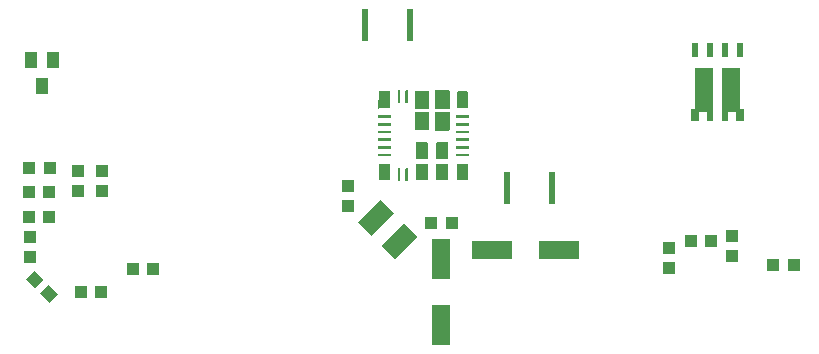
<source format=gbr>
G04 EAGLE Gerber RS-274X export*
G75*
%MOMM*%
%FSLAX34Y34*%
%LPD*%
%INSolderpaste Bottom*%
%IPPOS*%
%AMOC8*
5,1,8,0,0,1.08239X$1,22.5*%
G01*
%ADD10R,1.100000X1.000000*%
%ADD11R,1.000000X1.100000*%
%ADD12R,0.558800X2.794000*%
%ADD13R,1.600000X2.700000*%
%ADD14R,1.000000X1.400000*%
%ADD15R,3.500000X1.600000*%
%ADD16R,1.600000X3.500000*%
%ADD17R,0.610000X1.020000*%
%ADD18R,1.650000X3.810000*%
%ADD19R,0.610000X1.270000*%
%ADD20R,0.650000X1.100000*%
%ADD21R,0.650000X1.050000*%
%ADD22R,0.100000X1.300000*%
%ADD23R,0.700000X0.100000*%

G36*
X34206Y-297585D02*
X34206Y-297585D01*
X34210Y-297588D01*
X34401Y-297550D01*
X34410Y-297540D01*
X34419Y-297543D01*
X34581Y-297435D01*
X34585Y-297421D01*
X34595Y-297421D01*
X34703Y-297259D01*
X34702Y-297245D01*
X34710Y-297241D01*
X34748Y-297050D01*
X34745Y-297043D01*
X34749Y-297040D01*
X34749Y-282040D01*
X34745Y-282034D01*
X34748Y-282030D01*
X34710Y-281839D01*
X34700Y-281830D01*
X34703Y-281821D01*
X34595Y-281659D01*
X34581Y-281655D01*
X34581Y-281646D01*
X34419Y-281537D01*
X34405Y-281538D01*
X34401Y-281530D01*
X34210Y-281492D01*
X34203Y-281495D01*
X34200Y-281491D01*
X23200Y-281491D01*
X23194Y-281495D01*
X23190Y-281492D01*
X22999Y-281530D01*
X22990Y-281540D01*
X22981Y-281537D01*
X22819Y-281646D01*
X22815Y-281659D01*
X22806Y-281659D01*
X22697Y-281821D01*
X22698Y-281835D01*
X22690Y-281839D01*
X22652Y-282030D01*
X22655Y-282037D01*
X22651Y-282040D01*
X22651Y-297040D01*
X22655Y-297046D01*
X22652Y-297050D01*
X22690Y-297241D01*
X22700Y-297250D01*
X22697Y-297259D01*
X22806Y-297421D01*
X22819Y-297425D01*
X22819Y-297435D01*
X22981Y-297543D01*
X22995Y-297542D01*
X22999Y-297550D01*
X23190Y-297588D01*
X23197Y-297585D01*
X23200Y-297589D01*
X34200Y-297589D01*
X34206Y-297585D01*
G37*
G36*
X34206Y-315585D02*
X34206Y-315585D01*
X34210Y-315588D01*
X34401Y-315550D01*
X34410Y-315540D01*
X34419Y-315543D01*
X34581Y-315435D01*
X34585Y-315421D01*
X34595Y-315421D01*
X34703Y-315259D01*
X34702Y-315245D01*
X34710Y-315241D01*
X34748Y-315050D01*
X34745Y-315043D01*
X34749Y-315040D01*
X34749Y-300040D01*
X34745Y-300034D01*
X34748Y-300030D01*
X34710Y-299839D01*
X34700Y-299830D01*
X34703Y-299821D01*
X34595Y-299659D01*
X34581Y-299655D01*
X34581Y-299646D01*
X34419Y-299537D01*
X34405Y-299538D01*
X34401Y-299530D01*
X34210Y-299492D01*
X34203Y-299495D01*
X34200Y-299491D01*
X23200Y-299491D01*
X23194Y-299495D01*
X23190Y-299492D01*
X22999Y-299530D01*
X22990Y-299540D01*
X22981Y-299537D01*
X22819Y-299646D01*
X22815Y-299659D01*
X22806Y-299659D01*
X22697Y-299821D01*
X22698Y-299835D01*
X22690Y-299839D01*
X22652Y-300030D01*
X22655Y-300037D01*
X22651Y-300040D01*
X22651Y-315040D01*
X22655Y-315046D01*
X22652Y-315050D01*
X22690Y-315241D01*
X22700Y-315250D01*
X22697Y-315259D01*
X22806Y-315421D01*
X22819Y-315425D01*
X22819Y-315435D01*
X22981Y-315543D01*
X22995Y-315542D01*
X22999Y-315550D01*
X23190Y-315588D01*
X23197Y-315585D01*
X23200Y-315589D01*
X34200Y-315589D01*
X34206Y-315585D01*
G37*
G36*
X16456Y-297335D02*
X16456Y-297335D01*
X16460Y-297338D01*
X16651Y-297300D01*
X16660Y-297290D01*
X16669Y-297293D01*
X16831Y-297185D01*
X16835Y-297171D01*
X16845Y-297171D01*
X16953Y-297009D01*
X16952Y-296995D01*
X16960Y-296991D01*
X16998Y-296800D01*
X16995Y-296793D01*
X16999Y-296790D01*
X16999Y-282290D01*
X16995Y-282284D01*
X16998Y-282280D01*
X16960Y-282089D01*
X16950Y-282080D01*
X16953Y-282071D01*
X16845Y-281909D01*
X16831Y-281905D01*
X16831Y-281896D01*
X16669Y-281787D01*
X16655Y-281788D01*
X16651Y-281780D01*
X16460Y-281742D01*
X16453Y-281745D01*
X16450Y-281741D01*
X5950Y-281741D01*
X5944Y-281745D01*
X5940Y-281742D01*
X5749Y-281780D01*
X5740Y-281790D01*
X5731Y-281787D01*
X5569Y-281896D01*
X5565Y-281909D01*
X5556Y-281909D01*
X5447Y-282071D01*
X5448Y-282085D01*
X5440Y-282089D01*
X5402Y-282280D01*
X5405Y-282287D01*
X5401Y-282290D01*
X5401Y-296790D01*
X5405Y-296796D01*
X5402Y-296800D01*
X5440Y-296991D01*
X5450Y-297000D01*
X5447Y-297009D01*
X5556Y-297171D01*
X5569Y-297175D01*
X5569Y-297185D01*
X5731Y-297293D01*
X5745Y-297292D01*
X5749Y-297300D01*
X5940Y-297338D01*
X5947Y-297335D01*
X5950Y-297339D01*
X16450Y-297339D01*
X16456Y-297335D01*
G37*
G36*
X16456Y-315335D02*
X16456Y-315335D01*
X16460Y-315338D01*
X16651Y-315300D01*
X16660Y-315290D01*
X16669Y-315293D01*
X16831Y-315185D01*
X16835Y-315171D01*
X16845Y-315171D01*
X16953Y-315009D01*
X16952Y-314995D01*
X16960Y-314991D01*
X16998Y-314800D01*
X16995Y-314793D01*
X16999Y-314790D01*
X16999Y-300290D01*
X16995Y-300284D01*
X16998Y-300280D01*
X16960Y-300089D01*
X16950Y-300080D01*
X16953Y-300071D01*
X16845Y-299909D01*
X16831Y-299905D01*
X16831Y-299896D01*
X16669Y-299787D01*
X16655Y-299788D01*
X16651Y-299780D01*
X16460Y-299742D01*
X16453Y-299745D01*
X16450Y-299741D01*
X5950Y-299741D01*
X5944Y-299745D01*
X5940Y-299742D01*
X5749Y-299780D01*
X5740Y-299790D01*
X5731Y-299787D01*
X5569Y-299896D01*
X5565Y-299909D01*
X5556Y-299909D01*
X5447Y-300071D01*
X5448Y-300085D01*
X5440Y-300089D01*
X5402Y-300280D01*
X5405Y-300287D01*
X5401Y-300290D01*
X5401Y-314790D01*
X5405Y-314796D01*
X5402Y-314800D01*
X5440Y-314991D01*
X5450Y-315000D01*
X5447Y-315009D01*
X5556Y-315171D01*
X5569Y-315175D01*
X5569Y-315185D01*
X5731Y-315293D01*
X5745Y-315292D01*
X5749Y-315300D01*
X5940Y-315338D01*
X5947Y-315335D01*
X5950Y-315339D01*
X16450Y-315339D01*
X16456Y-315335D01*
G37*
G36*
X15706Y-339585D02*
X15706Y-339585D01*
X15710Y-339588D01*
X15901Y-339550D01*
X15910Y-339540D01*
X15919Y-339543D01*
X16081Y-339435D01*
X16085Y-339421D01*
X16095Y-339421D01*
X16203Y-339259D01*
X16202Y-339245D01*
X16210Y-339241D01*
X16248Y-339050D01*
X16245Y-339043D01*
X16249Y-339040D01*
X16249Y-326040D01*
X16245Y-326034D01*
X16248Y-326030D01*
X16210Y-325839D01*
X16200Y-325830D01*
X16203Y-325821D01*
X16095Y-325659D01*
X16081Y-325655D01*
X16081Y-325646D01*
X15919Y-325537D01*
X15905Y-325538D01*
X15901Y-325530D01*
X15710Y-325492D01*
X15703Y-325495D01*
X15700Y-325491D01*
X6700Y-325491D01*
X6694Y-325495D01*
X6690Y-325492D01*
X6499Y-325530D01*
X6490Y-325540D01*
X6481Y-325537D01*
X6319Y-325646D01*
X6315Y-325659D01*
X6306Y-325659D01*
X6197Y-325821D01*
X6198Y-325830D01*
X6191Y-325835D01*
X6193Y-325838D01*
X6190Y-325839D01*
X6152Y-326030D01*
X6155Y-326037D01*
X6151Y-326040D01*
X6151Y-339040D01*
X6155Y-339046D01*
X6152Y-339050D01*
X6190Y-339241D01*
X6200Y-339250D01*
X6197Y-339259D01*
X6306Y-339421D01*
X6319Y-339425D01*
X6319Y-339435D01*
X6481Y-339543D01*
X6495Y-339542D01*
X6499Y-339550D01*
X6690Y-339588D01*
X6697Y-339585D01*
X6700Y-339589D01*
X15700Y-339589D01*
X15706Y-339585D01*
G37*
G36*
X33206Y-339585D02*
X33206Y-339585D01*
X33210Y-339588D01*
X33401Y-339550D01*
X33410Y-339540D01*
X33419Y-339543D01*
X33581Y-339435D01*
X33585Y-339421D01*
X33595Y-339421D01*
X33703Y-339259D01*
X33702Y-339245D01*
X33710Y-339241D01*
X33748Y-339050D01*
X33745Y-339043D01*
X33749Y-339040D01*
X33749Y-326040D01*
X33745Y-326034D01*
X33748Y-326030D01*
X33710Y-325839D01*
X33700Y-325830D01*
X33703Y-325821D01*
X33595Y-325659D01*
X33581Y-325655D01*
X33581Y-325646D01*
X33419Y-325537D01*
X33405Y-325538D01*
X33401Y-325530D01*
X33210Y-325492D01*
X33203Y-325495D01*
X33200Y-325491D01*
X24200Y-325491D01*
X24194Y-325495D01*
X24190Y-325492D01*
X23999Y-325530D01*
X23990Y-325540D01*
X23981Y-325537D01*
X23819Y-325646D01*
X23815Y-325659D01*
X23806Y-325659D01*
X23697Y-325821D01*
X23698Y-325830D01*
X23691Y-325835D01*
X23693Y-325838D01*
X23690Y-325839D01*
X23652Y-326030D01*
X23655Y-326037D01*
X23651Y-326040D01*
X23651Y-339040D01*
X23655Y-339046D01*
X23652Y-339050D01*
X23690Y-339241D01*
X23700Y-339250D01*
X23697Y-339259D01*
X23806Y-339421D01*
X23819Y-339425D01*
X23819Y-339435D01*
X23981Y-339543D01*
X23995Y-339542D01*
X23999Y-339550D01*
X24190Y-339588D01*
X24197Y-339585D01*
X24200Y-339589D01*
X33200Y-339589D01*
X33206Y-339585D01*
G37*
G36*
X33206Y-357585D02*
X33206Y-357585D01*
X33210Y-357588D01*
X33401Y-357550D01*
X33410Y-357540D01*
X33419Y-357543D01*
X33581Y-357435D01*
X33585Y-357421D01*
X33595Y-357421D01*
X33703Y-357259D01*
X33702Y-357245D01*
X33710Y-357241D01*
X33748Y-357050D01*
X33745Y-357043D01*
X33749Y-357040D01*
X33749Y-344040D01*
X33745Y-344034D01*
X33748Y-344030D01*
X33710Y-343839D01*
X33700Y-343830D01*
X33703Y-343821D01*
X33595Y-343659D01*
X33581Y-343655D01*
X33581Y-343646D01*
X33419Y-343537D01*
X33405Y-343538D01*
X33401Y-343530D01*
X33210Y-343492D01*
X33203Y-343495D01*
X33200Y-343491D01*
X24200Y-343491D01*
X24194Y-343495D01*
X24190Y-343492D01*
X23999Y-343530D01*
X23990Y-343540D01*
X23981Y-343537D01*
X23819Y-343646D01*
X23815Y-343659D01*
X23806Y-343659D01*
X23697Y-343821D01*
X23698Y-343830D01*
X23691Y-343835D01*
X23693Y-343838D01*
X23690Y-343839D01*
X23652Y-344030D01*
X23655Y-344037D01*
X23651Y-344040D01*
X23651Y-357040D01*
X23655Y-357046D01*
X23652Y-357050D01*
X23690Y-357241D01*
X23700Y-357250D01*
X23697Y-357259D01*
X23806Y-357421D01*
X23819Y-357425D01*
X23819Y-357435D01*
X23981Y-357543D01*
X23995Y-357542D01*
X23999Y-357550D01*
X24190Y-357588D01*
X24197Y-357585D01*
X24200Y-357589D01*
X33200Y-357589D01*
X33206Y-357585D01*
G37*
G36*
X15706Y-357585D02*
X15706Y-357585D01*
X15710Y-357588D01*
X15901Y-357550D01*
X15910Y-357540D01*
X15919Y-357543D01*
X16081Y-357435D01*
X16085Y-357421D01*
X16095Y-357421D01*
X16203Y-357259D01*
X16202Y-357245D01*
X16210Y-357241D01*
X16248Y-357050D01*
X16245Y-357043D01*
X16249Y-357040D01*
X16249Y-344040D01*
X16245Y-344034D01*
X16248Y-344030D01*
X16210Y-343839D01*
X16200Y-343830D01*
X16203Y-343821D01*
X16095Y-343659D01*
X16081Y-343655D01*
X16081Y-343646D01*
X15919Y-343537D01*
X15905Y-343538D01*
X15901Y-343530D01*
X15710Y-343492D01*
X15703Y-343495D01*
X15700Y-343491D01*
X6700Y-343491D01*
X6694Y-343495D01*
X6690Y-343492D01*
X6499Y-343530D01*
X6490Y-343540D01*
X6481Y-343537D01*
X6319Y-343646D01*
X6315Y-343659D01*
X6306Y-343659D01*
X6197Y-343821D01*
X6198Y-343830D01*
X6191Y-343835D01*
X6193Y-343838D01*
X6190Y-343839D01*
X6152Y-344030D01*
X6155Y-344037D01*
X6151Y-344040D01*
X6151Y-357040D01*
X6155Y-357046D01*
X6152Y-357050D01*
X6190Y-357241D01*
X6200Y-357250D01*
X6197Y-357259D01*
X6306Y-357421D01*
X6319Y-357425D01*
X6319Y-357435D01*
X6481Y-357543D01*
X6495Y-357542D01*
X6499Y-357550D01*
X6690Y-357588D01*
X6697Y-357585D01*
X6700Y-357589D01*
X15700Y-357589D01*
X15706Y-357585D01*
G37*
G36*
X-16294Y-296335D02*
X-16294Y-296335D01*
X-16290Y-296338D01*
X-16099Y-296300D01*
X-16090Y-296290D01*
X-16081Y-296293D01*
X-15919Y-296185D01*
X-15915Y-296171D01*
X-15906Y-296171D01*
X-15797Y-296009D01*
X-15798Y-295995D01*
X-15790Y-295991D01*
X-15752Y-295800D01*
X-15755Y-295793D01*
X-15751Y-295790D01*
X-15751Y-282790D01*
X-15755Y-282784D01*
X-15752Y-282780D01*
X-15790Y-282589D01*
X-15800Y-282580D01*
X-15797Y-282571D01*
X-15906Y-282409D01*
X-15919Y-282405D01*
X-15919Y-282396D01*
X-16081Y-282287D01*
X-16095Y-282288D01*
X-16099Y-282280D01*
X-16290Y-282242D01*
X-16297Y-282245D01*
X-16300Y-282241D01*
X-24300Y-282241D01*
X-24306Y-282245D01*
X-24310Y-282242D01*
X-24501Y-282280D01*
X-24510Y-282290D01*
X-24519Y-282287D01*
X-24681Y-282396D01*
X-24685Y-282409D01*
X-24695Y-282409D01*
X-24803Y-282571D01*
X-24802Y-282580D01*
X-24809Y-282585D01*
X-24807Y-282588D01*
X-24810Y-282589D01*
X-24848Y-282780D01*
X-24845Y-282787D01*
X-24849Y-282790D01*
X-24849Y-295790D01*
X-24845Y-295796D01*
X-24848Y-295800D01*
X-24810Y-295991D01*
X-24800Y-296000D01*
X-24803Y-296009D01*
X-24695Y-296171D01*
X-24681Y-296175D01*
X-24681Y-296185D01*
X-24519Y-296293D01*
X-24505Y-296292D01*
X-24501Y-296300D01*
X-24310Y-296338D01*
X-24303Y-296335D01*
X-24300Y-296339D01*
X-16300Y-296339D01*
X-16294Y-296335D01*
G37*
G36*
X49706Y-296585D02*
X49706Y-296585D01*
X49710Y-296588D01*
X49901Y-296550D01*
X49910Y-296540D01*
X49919Y-296543D01*
X50081Y-296435D01*
X50085Y-296421D01*
X50095Y-296421D01*
X50203Y-296259D01*
X50202Y-296245D01*
X50210Y-296241D01*
X50248Y-296050D01*
X50245Y-296043D01*
X50249Y-296040D01*
X50249Y-283040D01*
X50245Y-283034D01*
X50248Y-283030D01*
X50210Y-282839D01*
X50200Y-282830D01*
X50203Y-282821D01*
X50095Y-282659D01*
X50081Y-282655D01*
X50081Y-282646D01*
X49919Y-282537D01*
X49905Y-282538D01*
X49901Y-282530D01*
X49710Y-282492D01*
X49703Y-282495D01*
X49700Y-282491D01*
X41700Y-282491D01*
X41694Y-282495D01*
X41690Y-282492D01*
X41499Y-282530D01*
X41490Y-282540D01*
X41481Y-282537D01*
X41319Y-282646D01*
X41315Y-282659D01*
X41306Y-282659D01*
X41197Y-282821D01*
X41198Y-282830D01*
X41191Y-282835D01*
X41193Y-282838D01*
X41190Y-282839D01*
X41152Y-283030D01*
X41155Y-283037D01*
X41151Y-283040D01*
X41151Y-296040D01*
X41155Y-296046D01*
X41152Y-296050D01*
X41190Y-296241D01*
X41200Y-296250D01*
X41197Y-296259D01*
X41306Y-296421D01*
X41319Y-296425D01*
X41319Y-296435D01*
X41481Y-296543D01*
X41495Y-296542D01*
X41499Y-296550D01*
X41690Y-296588D01*
X41697Y-296585D01*
X41700Y-296589D01*
X49700Y-296589D01*
X49706Y-296585D01*
G37*
G36*
X-16294Y-357585D02*
X-16294Y-357585D01*
X-16290Y-357588D01*
X-16099Y-357550D01*
X-16090Y-357540D01*
X-16081Y-357543D01*
X-15919Y-357435D01*
X-15915Y-357421D01*
X-15906Y-357421D01*
X-15797Y-357259D01*
X-15798Y-357245D01*
X-15790Y-357241D01*
X-15752Y-357050D01*
X-15755Y-357043D01*
X-15751Y-357040D01*
X-15751Y-344040D01*
X-15755Y-344034D01*
X-15752Y-344030D01*
X-15790Y-343839D01*
X-15800Y-343830D01*
X-15797Y-343821D01*
X-15906Y-343659D01*
X-15919Y-343655D01*
X-15919Y-343646D01*
X-16081Y-343537D01*
X-16095Y-343538D01*
X-16099Y-343530D01*
X-16290Y-343492D01*
X-16297Y-343495D01*
X-16300Y-343491D01*
X-24300Y-343491D01*
X-24306Y-343495D01*
X-24310Y-343492D01*
X-24501Y-343530D01*
X-24510Y-343540D01*
X-24519Y-343537D01*
X-24681Y-343646D01*
X-24685Y-343659D01*
X-24695Y-343659D01*
X-24803Y-343821D01*
X-24802Y-343830D01*
X-24809Y-343835D01*
X-24807Y-343838D01*
X-24810Y-343839D01*
X-24848Y-344030D01*
X-24845Y-344037D01*
X-24849Y-344040D01*
X-24849Y-357040D01*
X-24845Y-357046D01*
X-24848Y-357050D01*
X-24810Y-357241D01*
X-24800Y-357250D01*
X-24803Y-357259D01*
X-24695Y-357421D01*
X-24681Y-357425D01*
X-24681Y-357435D01*
X-24519Y-357543D01*
X-24505Y-357542D01*
X-24501Y-357550D01*
X-24310Y-357588D01*
X-24303Y-357585D01*
X-24300Y-357589D01*
X-16300Y-357589D01*
X-16294Y-357585D01*
G37*
G36*
X49706Y-357585D02*
X49706Y-357585D01*
X49710Y-357588D01*
X49901Y-357550D01*
X49910Y-357540D01*
X49919Y-357543D01*
X50081Y-357435D01*
X50085Y-357421D01*
X50095Y-357421D01*
X50203Y-357259D01*
X50202Y-357245D01*
X50210Y-357241D01*
X50248Y-357050D01*
X50245Y-357043D01*
X50249Y-357040D01*
X50249Y-344040D01*
X50245Y-344034D01*
X50248Y-344030D01*
X50210Y-343839D01*
X50200Y-343830D01*
X50203Y-343821D01*
X50095Y-343659D01*
X50081Y-343655D01*
X50081Y-343646D01*
X49919Y-343537D01*
X49905Y-343538D01*
X49901Y-343530D01*
X49710Y-343492D01*
X49703Y-343495D01*
X49700Y-343491D01*
X41700Y-343491D01*
X41694Y-343495D01*
X41690Y-343492D01*
X41499Y-343530D01*
X41490Y-343540D01*
X41481Y-343537D01*
X41319Y-343646D01*
X41315Y-343659D01*
X41306Y-343659D01*
X41197Y-343821D01*
X41198Y-343830D01*
X41191Y-343835D01*
X41193Y-343838D01*
X41190Y-343839D01*
X41152Y-344030D01*
X41155Y-344037D01*
X41151Y-344040D01*
X41151Y-357040D01*
X41155Y-357046D01*
X41152Y-357050D01*
X41190Y-357241D01*
X41200Y-357250D01*
X41197Y-357259D01*
X41306Y-357421D01*
X41319Y-357425D01*
X41319Y-357435D01*
X41481Y-357543D01*
X41495Y-357542D01*
X41499Y-357550D01*
X41690Y-357588D01*
X41697Y-357585D01*
X41700Y-357589D01*
X49700Y-357589D01*
X49706Y-357585D01*
G37*
G36*
X-7544Y-292585D02*
X-7544Y-292585D01*
X-7540Y-292588D01*
X-7349Y-292550D01*
X-7340Y-292540D01*
X-7331Y-292543D01*
X-7169Y-292435D01*
X-7165Y-292421D01*
X-7156Y-292421D01*
X-7047Y-292259D01*
X-7048Y-292245D01*
X-7040Y-292241D01*
X-7002Y-292050D01*
X-7005Y-292043D01*
X-7001Y-292040D01*
X-7001Y-282040D01*
X-7005Y-282034D01*
X-7002Y-282030D01*
X-7040Y-281839D01*
X-7050Y-281830D01*
X-7047Y-281821D01*
X-7156Y-281659D01*
X-7169Y-281655D01*
X-7169Y-281646D01*
X-7331Y-281537D01*
X-7345Y-281538D01*
X-7349Y-281530D01*
X-7540Y-281492D01*
X-7547Y-281495D01*
X-7550Y-281491D01*
X-8550Y-281491D01*
X-8556Y-281495D01*
X-8560Y-281492D01*
X-8751Y-281530D01*
X-8760Y-281540D01*
X-8769Y-281537D01*
X-8931Y-281646D01*
X-8935Y-281659D01*
X-8945Y-281659D01*
X-9053Y-281821D01*
X-9052Y-281833D01*
X-9059Y-281838D01*
X-9060Y-281839D01*
X-9098Y-282030D01*
X-9096Y-282035D01*
X-9097Y-282036D01*
X-9096Y-282038D01*
X-9099Y-282040D01*
X-9099Y-292040D01*
X-9095Y-292046D01*
X-9098Y-292050D01*
X-9060Y-292241D01*
X-9050Y-292250D01*
X-9053Y-292259D01*
X-8945Y-292421D01*
X-8931Y-292425D01*
X-8931Y-292435D01*
X-8769Y-292543D01*
X-8755Y-292542D01*
X-8751Y-292550D01*
X-8560Y-292588D01*
X-8553Y-292585D01*
X-8550Y-292589D01*
X-7550Y-292589D01*
X-7544Y-292585D01*
G37*
G36*
X-1044Y-292585D02*
X-1044Y-292585D01*
X-1040Y-292588D01*
X-849Y-292550D01*
X-840Y-292540D01*
X-831Y-292543D01*
X-669Y-292435D01*
X-665Y-292421D01*
X-656Y-292421D01*
X-547Y-292259D01*
X-548Y-292245D01*
X-540Y-292241D01*
X-502Y-292050D01*
X-505Y-292043D01*
X-501Y-292040D01*
X-501Y-282040D01*
X-505Y-282034D01*
X-502Y-282030D01*
X-540Y-281839D01*
X-550Y-281830D01*
X-547Y-281821D01*
X-656Y-281659D01*
X-669Y-281655D01*
X-669Y-281646D01*
X-831Y-281537D01*
X-845Y-281538D01*
X-849Y-281530D01*
X-1040Y-281492D01*
X-1047Y-281495D01*
X-1050Y-281491D01*
X-2050Y-281491D01*
X-2056Y-281495D01*
X-2060Y-281492D01*
X-2251Y-281530D01*
X-2260Y-281540D01*
X-2269Y-281537D01*
X-2431Y-281646D01*
X-2435Y-281659D01*
X-2445Y-281659D01*
X-2553Y-281821D01*
X-2552Y-281833D01*
X-2559Y-281838D01*
X-2560Y-281839D01*
X-2598Y-282030D01*
X-2596Y-282035D01*
X-2597Y-282036D01*
X-2596Y-282038D01*
X-2599Y-282040D01*
X-2599Y-292040D01*
X-2595Y-292046D01*
X-2598Y-292050D01*
X-2560Y-292241D01*
X-2550Y-292250D01*
X-2553Y-292259D01*
X-2445Y-292421D01*
X-2431Y-292425D01*
X-2431Y-292435D01*
X-2269Y-292543D01*
X-2255Y-292542D01*
X-2251Y-292550D01*
X-2060Y-292588D01*
X-2053Y-292585D01*
X-2050Y-292589D01*
X-1050Y-292589D01*
X-1044Y-292585D01*
G37*
G36*
X-7544Y-358585D02*
X-7544Y-358585D01*
X-7540Y-358588D01*
X-7349Y-358550D01*
X-7340Y-358540D01*
X-7331Y-358543D01*
X-7169Y-358435D01*
X-7165Y-358421D01*
X-7156Y-358421D01*
X-7047Y-358259D01*
X-7048Y-358245D01*
X-7040Y-358241D01*
X-7002Y-358050D01*
X-7005Y-358043D01*
X-7001Y-358040D01*
X-7001Y-348040D01*
X-7005Y-348034D01*
X-7002Y-348030D01*
X-7040Y-347839D01*
X-7050Y-347830D01*
X-7047Y-347821D01*
X-7156Y-347659D01*
X-7169Y-347655D01*
X-7169Y-347646D01*
X-7331Y-347537D01*
X-7345Y-347538D01*
X-7349Y-347530D01*
X-7540Y-347492D01*
X-7547Y-347495D01*
X-7550Y-347491D01*
X-8550Y-347491D01*
X-8556Y-347495D01*
X-8560Y-347492D01*
X-8751Y-347530D01*
X-8760Y-347540D01*
X-8769Y-347537D01*
X-8931Y-347646D01*
X-8935Y-347659D01*
X-8945Y-347659D01*
X-9053Y-347821D01*
X-9052Y-347833D01*
X-9059Y-347838D01*
X-9060Y-347839D01*
X-9098Y-348030D01*
X-9096Y-348035D01*
X-9097Y-348036D01*
X-9096Y-348038D01*
X-9099Y-348040D01*
X-9099Y-358040D01*
X-9095Y-358046D01*
X-9098Y-358050D01*
X-9060Y-358241D01*
X-9050Y-358250D01*
X-9053Y-358259D01*
X-8945Y-358421D01*
X-8931Y-358425D01*
X-8931Y-358435D01*
X-8769Y-358543D01*
X-8755Y-358542D01*
X-8751Y-358550D01*
X-8560Y-358588D01*
X-8553Y-358585D01*
X-8550Y-358589D01*
X-7550Y-358589D01*
X-7544Y-358585D01*
G37*
G36*
X-1044Y-358585D02*
X-1044Y-358585D01*
X-1040Y-358588D01*
X-849Y-358550D01*
X-840Y-358540D01*
X-831Y-358543D01*
X-669Y-358435D01*
X-665Y-358421D01*
X-656Y-358421D01*
X-547Y-358259D01*
X-548Y-358245D01*
X-540Y-358241D01*
X-502Y-358050D01*
X-505Y-358043D01*
X-501Y-358040D01*
X-501Y-348040D01*
X-505Y-348034D01*
X-502Y-348030D01*
X-540Y-347839D01*
X-550Y-347830D01*
X-547Y-347821D01*
X-656Y-347659D01*
X-669Y-347655D01*
X-669Y-347646D01*
X-831Y-347537D01*
X-845Y-347538D01*
X-849Y-347530D01*
X-1040Y-347492D01*
X-1047Y-347495D01*
X-1050Y-347491D01*
X-2050Y-347491D01*
X-2056Y-347495D01*
X-2060Y-347492D01*
X-2251Y-347530D01*
X-2260Y-347540D01*
X-2269Y-347537D01*
X-2431Y-347646D01*
X-2435Y-347659D01*
X-2445Y-347659D01*
X-2553Y-347821D01*
X-2552Y-347833D01*
X-2559Y-347838D01*
X-2560Y-347839D01*
X-2598Y-348030D01*
X-2596Y-348035D01*
X-2597Y-348036D01*
X-2596Y-348038D01*
X-2599Y-348040D01*
X-2599Y-358040D01*
X-2595Y-358046D01*
X-2598Y-358050D01*
X-2560Y-358241D01*
X-2550Y-358250D01*
X-2553Y-358259D01*
X-2445Y-358421D01*
X-2431Y-358425D01*
X-2431Y-358435D01*
X-2269Y-358543D01*
X-2255Y-358542D01*
X-2251Y-358550D01*
X-2060Y-358588D01*
X-2053Y-358585D01*
X-2050Y-358589D01*
X-1050Y-358589D01*
X-1044Y-358585D01*
G37*
G36*
X-15294Y-304835D02*
X-15294Y-304835D01*
X-15290Y-304838D01*
X-15099Y-304800D01*
X-15090Y-304790D01*
X-15081Y-304793D01*
X-14919Y-304685D01*
X-14915Y-304671D01*
X-14906Y-304671D01*
X-14797Y-304509D01*
X-14798Y-304495D01*
X-14790Y-304491D01*
X-14752Y-304300D01*
X-14755Y-304293D01*
X-14751Y-304290D01*
X-14751Y-303290D01*
X-14755Y-303284D01*
X-14752Y-303280D01*
X-14790Y-303089D01*
X-14800Y-303080D01*
X-14797Y-303071D01*
X-14906Y-302909D01*
X-14919Y-302905D01*
X-14919Y-302896D01*
X-15081Y-302787D01*
X-15095Y-302788D01*
X-15099Y-302780D01*
X-15290Y-302742D01*
X-15297Y-302745D01*
X-15300Y-302741D01*
X-25300Y-302741D01*
X-25306Y-302745D01*
X-25310Y-302742D01*
X-25501Y-302780D01*
X-25510Y-302790D01*
X-25519Y-302787D01*
X-25681Y-302896D01*
X-25685Y-302909D01*
X-25695Y-302909D01*
X-25803Y-303071D01*
X-25802Y-303085D01*
X-25810Y-303089D01*
X-25848Y-303280D01*
X-25845Y-303287D01*
X-25849Y-303290D01*
X-25849Y-304290D01*
X-25845Y-304296D01*
X-25848Y-304300D01*
X-25810Y-304491D01*
X-25800Y-304500D01*
X-25803Y-304509D01*
X-25695Y-304671D01*
X-25681Y-304675D01*
X-25681Y-304685D01*
X-25519Y-304793D01*
X-25505Y-304792D01*
X-25501Y-304800D01*
X-25310Y-304838D01*
X-25303Y-304835D01*
X-25300Y-304839D01*
X-15300Y-304839D01*
X-15294Y-304835D01*
G37*
G36*
X50706Y-304835D02*
X50706Y-304835D01*
X50710Y-304838D01*
X50901Y-304800D01*
X50910Y-304790D01*
X50919Y-304793D01*
X51081Y-304685D01*
X51085Y-304671D01*
X51095Y-304671D01*
X51203Y-304509D01*
X51202Y-304495D01*
X51210Y-304491D01*
X51248Y-304300D01*
X51245Y-304293D01*
X51249Y-304290D01*
X51249Y-303290D01*
X51245Y-303284D01*
X51248Y-303280D01*
X51210Y-303089D01*
X51200Y-303080D01*
X51203Y-303071D01*
X51095Y-302909D01*
X51081Y-302905D01*
X51081Y-302896D01*
X50919Y-302787D01*
X50905Y-302788D01*
X50901Y-302780D01*
X50710Y-302742D01*
X50703Y-302745D01*
X50700Y-302741D01*
X40700Y-302741D01*
X40694Y-302745D01*
X40690Y-302742D01*
X40499Y-302780D01*
X40490Y-302790D01*
X40481Y-302787D01*
X40319Y-302896D01*
X40315Y-302909D01*
X40306Y-302909D01*
X40197Y-303071D01*
X40198Y-303085D01*
X40190Y-303089D01*
X40152Y-303280D01*
X40155Y-303287D01*
X40151Y-303290D01*
X40151Y-304290D01*
X40155Y-304296D01*
X40152Y-304300D01*
X40190Y-304491D01*
X40200Y-304500D01*
X40197Y-304509D01*
X40306Y-304671D01*
X40319Y-304675D01*
X40319Y-304685D01*
X40481Y-304793D01*
X40495Y-304792D01*
X40499Y-304800D01*
X40690Y-304838D01*
X40697Y-304835D01*
X40700Y-304839D01*
X50700Y-304839D01*
X50706Y-304835D01*
G37*
G36*
X50706Y-311335D02*
X50706Y-311335D01*
X50710Y-311338D01*
X50901Y-311300D01*
X50910Y-311290D01*
X50919Y-311293D01*
X51081Y-311185D01*
X51085Y-311171D01*
X51095Y-311171D01*
X51203Y-311009D01*
X51202Y-310995D01*
X51210Y-310991D01*
X51248Y-310800D01*
X51245Y-310793D01*
X51249Y-310790D01*
X51249Y-309790D01*
X51245Y-309784D01*
X51248Y-309780D01*
X51210Y-309589D01*
X51200Y-309580D01*
X51203Y-309571D01*
X51095Y-309409D01*
X51081Y-309405D01*
X51081Y-309396D01*
X50919Y-309287D01*
X50905Y-309288D01*
X50901Y-309280D01*
X50710Y-309242D01*
X50703Y-309245D01*
X50700Y-309241D01*
X40700Y-309241D01*
X40694Y-309245D01*
X40690Y-309242D01*
X40499Y-309280D01*
X40490Y-309290D01*
X40481Y-309287D01*
X40319Y-309396D01*
X40315Y-309409D01*
X40306Y-309409D01*
X40197Y-309571D01*
X40198Y-309585D01*
X40190Y-309589D01*
X40152Y-309780D01*
X40155Y-309787D01*
X40151Y-309790D01*
X40151Y-310790D01*
X40155Y-310796D01*
X40152Y-310800D01*
X40190Y-310991D01*
X40200Y-311000D01*
X40197Y-311009D01*
X40306Y-311171D01*
X40319Y-311175D01*
X40319Y-311185D01*
X40481Y-311293D01*
X40495Y-311292D01*
X40499Y-311300D01*
X40690Y-311338D01*
X40697Y-311335D01*
X40700Y-311339D01*
X50700Y-311339D01*
X50706Y-311335D01*
G37*
G36*
X-15294Y-311335D02*
X-15294Y-311335D01*
X-15290Y-311338D01*
X-15099Y-311300D01*
X-15090Y-311290D01*
X-15081Y-311293D01*
X-14919Y-311185D01*
X-14915Y-311171D01*
X-14906Y-311171D01*
X-14797Y-311009D01*
X-14798Y-310995D01*
X-14790Y-310991D01*
X-14752Y-310800D01*
X-14755Y-310793D01*
X-14751Y-310790D01*
X-14751Y-309790D01*
X-14755Y-309784D01*
X-14752Y-309780D01*
X-14790Y-309589D01*
X-14800Y-309580D01*
X-14797Y-309571D01*
X-14906Y-309409D01*
X-14919Y-309405D01*
X-14919Y-309396D01*
X-15081Y-309287D01*
X-15095Y-309288D01*
X-15099Y-309280D01*
X-15290Y-309242D01*
X-15297Y-309245D01*
X-15300Y-309241D01*
X-25300Y-309241D01*
X-25306Y-309245D01*
X-25310Y-309242D01*
X-25501Y-309280D01*
X-25510Y-309290D01*
X-25519Y-309287D01*
X-25681Y-309396D01*
X-25685Y-309409D01*
X-25695Y-309409D01*
X-25803Y-309571D01*
X-25802Y-309585D01*
X-25810Y-309589D01*
X-25848Y-309780D01*
X-25845Y-309787D01*
X-25849Y-309790D01*
X-25849Y-310790D01*
X-25845Y-310796D01*
X-25848Y-310800D01*
X-25810Y-310991D01*
X-25800Y-311000D01*
X-25803Y-311009D01*
X-25695Y-311171D01*
X-25681Y-311175D01*
X-25681Y-311185D01*
X-25519Y-311293D01*
X-25505Y-311292D01*
X-25501Y-311300D01*
X-25310Y-311338D01*
X-25303Y-311335D01*
X-25300Y-311339D01*
X-15300Y-311339D01*
X-15294Y-311335D01*
G37*
G36*
X50706Y-317835D02*
X50706Y-317835D01*
X50710Y-317838D01*
X50901Y-317800D01*
X50910Y-317790D01*
X50919Y-317793D01*
X51081Y-317685D01*
X51085Y-317671D01*
X51095Y-317671D01*
X51203Y-317509D01*
X51202Y-317495D01*
X51210Y-317491D01*
X51248Y-317300D01*
X51245Y-317293D01*
X51249Y-317290D01*
X51249Y-316290D01*
X51245Y-316284D01*
X51248Y-316280D01*
X51210Y-316089D01*
X51200Y-316080D01*
X51203Y-316071D01*
X51095Y-315909D01*
X51081Y-315905D01*
X51081Y-315896D01*
X50919Y-315787D01*
X50905Y-315788D01*
X50901Y-315780D01*
X50710Y-315742D01*
X50703Y-315745D01*
X50700Y-315741D01*
X40700Y-315741D01*
X40694Y-315745D01*
X40690Y-315742D01*
X40499Y-315780D01*
X40490Y-315790D01*
X40481Y-315787D01*
X40319Y-315896D01*
X40315Y-315909D01*
X40306Y-315909D01*
X40197Y-316071D01*
X40198Y-316085D01*
X40190Y-316089D01*
X40152Y-316280D01*
X40155Y-316287D01*
X40151Y-316290D01*
X40151Y-317290D01*
X40155Y-317296D01*
X40152Y-317300D01*
X40190Y-317491D01*
X40200Y-317500D01*
X40197Y-317509D01*
X40306Y-317671D01*
X40319Y-317675D01*
X40319Y-317685D01*
X40481Y-317793D01*
X40495Y-317792D01*
X40499Y-317800D01*
X40690Y-317838D01*
X40697Y-317835D01*
X40700Y-317839D01*
X50700Y-317839D01*
X50706Y-317835D01*
G37*
G36*
X-15294Y-317835D02*
X-15294Y-317835D01*
X-15290Y-317838D01*
X-15099Y-317800D01*
X-15090Y-317790D01*
X-15081Y-317793D01*
X-14919Y-317685D01*
X-14915Y-317671D01*
X-14906Y-317671D01*
X-14797Y-317509D01*
X-14798Y-317495D01*
X-14790Y-317491D01*
X-14752Y-317300D01*
X-14755Y-317293D01*
X-14751Y-317290D01*
X-14751Y-316290D01*
X-14755Y-316284D01*
X-14752Y-316280D01*
X-14790Y-316089D01*
X-14800Y-316080D01*
X-14797Y-316071D01*
X-14906Y-315909D01*
X-14919Y-315905D01*
X-14919Y-315896D01*
X-15081Y-315787D01*
X-15095Y-315788D01*
X-15099Y-315780D01*
X-15290Y-315742D01*
X-15297Y-315745D01*
X-15300Y-315741D01*
X-25300Y-315741D01*
X-25306Y-315745D01*
X-25310Y-315742D01*
X-25501Y-315780D01*
X-25510Y-315790D01*
X-25519Y-315787D01*
X-25681Y-315896D01*
X-25685Y-315909D01*
X-25695Y-315909D01*
X-25803Y-316071D01*
X-25802Y-316085D01*
X-25810Y-316089D01*
X-25848Y-316280D01*
X-25845Y-316287D01*
X-25849Y-316290D01*
X-25849Y-317290D01*
X-25845Y-317296D01*
X-25848Y-317300D01*
X-25810Y-317491D01*
X-25800Y-317500D01*
X-25803Y-317509D01*
X-25695Y-317671D01*
X-25681Y-317675D01*
X-25681Y-317685D01*
X-25519Y-317793D01*
X-25505Y-317792D01*
X-25501Y-317800D01*
X-25310Y-317838D01*
X-25303Y-317835D01*
X-25300Y-317839D01*
X-15300Y-317839D01*
X-15294Y-317835D01*
G37*
G36*
X50706Y-324335D02*
X50706Y-324335D01*
X50710Y-324338D01*
X50901Y-324300D01*
X50910Y-324290D01*
X50919Y-324293D01*
X51081Y-324185D01*
X51085Y-324171D01*
X51095Y-324171D01*
X51203Y-324009D01*
X51202Y-323995D01*
X51210Y-323991D01*
X51248Y-323800D01*
X51245Y-323793D01*
X51249Y-323790D01*
X51249Y-322790D01*
X51245Y-322784D01*
X51248Y-322780D01*
X51210Y-322589D01*
X51200Y-322580D01*
X51203Y-322571D01*
X51095Y-322409D01*
X51081Y-322405D01*
X51081Y-322396D01*
X50919Y-322287D01*
X50905Y-322288D01*
X50901Y-322280D01*
X50710Y-322242D01*
X50703Y-322245D01*
X50700Y-322241D01*
X40700Y-322241D01*
X40694Y-322245D01*
X40690Y-322242D01*
X40499Y-322280D01*
X40490Y-322290D01*
X40481Y-322287D01*
X40319Y-322396D01*
X40315Y-322409D01*
X40306Y-322409D01*
X40197Y-322571D01*
X40198Y-322585D01*
X40190Y-322589D01*
X40152Y-322780D01*
X40155Y-322787D01*
X40151Y-322790D01*
X40151Y-323790D01*
X40155Y-323796D01*
X40152Y-323800D01*
X40190Y-323991D01*
X40200Y-324000D01*
X40197Y-324009D01*
X40306Y-324171D01*
X40319Y-324175D01*
X40319Y-324185D01*
X40481Y-324293D01*
X40495Y-324292D01*
X40499Y-324300D01*
X40690Y-324338D01*
X40697Y-324335D01*
X40700Y-324339D01*
X50700Y-324339D01*
X50706Y-324335D01*
G37*
G36*
X-15294Y-324335D02*
X-15294Y-324335D01*
X-15290Y-324338D01*
X-15099Y-324300D01*
X-15090Y-324290D01*
X-15081Y-324293D01*
X-14919Y-324185D01*
X-14915Y-324171D01*
X-14906Y-324171D01*
X-14797Y-324009D01*
X-14798Y-323995D01*
X-14790Y-323991D01*
X-14752Y-323800D01*
X-14755Y-323793D01*
X-14751Y-323790D01*
X-14751Y-322790D01*
X-14755Y-322784D01*
X-14752Y-322780D01*
X-14790Y-322589D01*
X-14800Y-322580D01*
X-14797Y-322571D01*
X-14906Y-322409D01*
X-14919Y-322405D01*
X-14919Y-322396D01*
X-15081Y-322287D01*
X-15095Y-322288D01*
X-15099Y-322280D01*
X-15290Y-322242D01*
X-15297Y-322245D01*
X-15300Y-322241D01*
X-25300Y-322241D01*
X-25306Y-322245D01*
X-25310Y-322242D01*
X-25501Y-322280D01*
X-25510Y-322290D01*
X-25519Y-322287D01*
X-25681Y-322396D01*
X-25685Y-322409D01*
X-25695Y-322409D01*
X-25803Y-322571D01*
X-25802Y-322585D01*
X-25810Y-322589D01*
X-25848Y-322780D01*
X-25845Y-322787D01*
X-25849Y-322790D01*
X-25849Y-323790D01*
X-25845Y-323796D01*
X-25848Y-323800D01*
X-25810Y-323991D01*
X-25800Y-324000D01*
X-25803Y-324009D01*
X-25695Y-324171D01*
X-25681Y-324175D01*
X-25681Y-324185D01*
X-25519Y-324293D01*
X-25505Y-324292D01*
X-25501Y-324300D01*
X-25310Y-324338D01*
X-25303Y-324335D01*
X-25300Y-324339D01*
X-15300Y-324339D01*
X-15294Y-324335D01*
G37*
G36*
X-15294Y-330835D02*
X-15294Y-330835D01*
X-15290Y-330838D01*
X-15099Y-330800D01*
X-15090Y-330790D01*
X-15081Y-330793D01*
X-14919Y-330685D01*
X-14915Y-330671D01*
X-14906Y-330671D01*
X-14797Y-330509D01*
X-14798Y-330495D01*
X-14790Y-330491D01*
X-14752Y-330300D01*
X-14755Y-330293D01*
X-14751Y-330290D01*
X-14751Y-329290D01*
X-14755Y-329284D01*
X-14752Y-329280D01*
X-14790Y-329089D01*
X-14800Y-329080D01*
X-14797Y-329071D01*
X-14906Y-328909D01*
X-14919Y-328905D01*
X-14919Y-328896D01*
X-15081Y-328787D01*
X-15095Y-328788D01*
X-15099Y-328780D01*
X-15290Y-328742D01*
X-15297Y-328745D01*
X-15300Y-328741D01*
X-25300Y-328741D01*
X-25306Y-328745D01*
X-25310Y-328742D01*
X-25501Y-328780D01*
X-25510Y-328790D01*
X-25519Y-328787D01*
X-25681Y-328896D01*
X-25685Y-328909D01*
X-25695Y-328909D01*
X-25803Y-329071D01*
X-25802Y-329085D01*
X-25810Y-329089D01*
X-25848Y-329280D01*
X-25845Y-329287D01*
X-25849Y-329290D01*
X-25849Y-330290D01*
X-25845Y-330296D01*
X-25848Y-330300D01*
X-25810Y-330491D01*
X-25800Y-330500D01*
X-25803Y-330509D01*
X-25695Y-330671D01*
X-25681Y-330675D01*
X-25681Y-330685D01*
X-25519Y-330793D01*
X-25505Y-330792D01*
X-25501Y-330800D01*
X-25310Y-330838D01*
X-25303Y-330835D01*
X-25300Y-330839D01*
X-15300Y-330839D01*
X-15294Y-330835D01*
G37*
G36*
X50706Y-330835D02*
X50706Y-330835D01*
X50710Y-330838D01*
X50901Y-330800D01*
X50910Y-330790D01*
X50919Y-330793D01*
X51081Y-330685D01*
X51085Y-330671D01*
X51095Y-330671D01*
X51203Y-330509D01*
X51202Y-330495D01*
X51210Y-330491D01*
X51248Y-330300D01*
X51245Y-330293D01*
X51249Y-330290D01*
X51249Y-329290D01*
X51245Y-329284D01*
X51248Y-329280D01*
X51210Y-329089D01*
X51200Y-329080D01*
X51203Y-329071D01*
X51095Y-328909D01*
X51081Y-328905D01*
X51081Y-328896D01*
X50919Y-328787D01*
X50905Y-328788D01*
X50901Y-328780D01*
X50710Y-328742D01*
X50703Y-328745D01*
X50700Y-328741D01*
X40700Y-328741D01*
X40694Y-328745D01*
X40690Y-328742D01*
X40499Y-328780D01*
X40490Y-328790D01*
X40481Y-328787D01*
X40319Y-328896D01*
X40315Y-328909D01*
X40306Y-328909D01*
X40197Y-329071D01*
X40198Y-329085D01*
X40190Y-329089D01*
X40152Y-329280D01*
X40155Y-329287D01*
X40151Y-329290D01*
X40151Y-330290D01*
X40155Y-330296D01*
X40152Y-330300D01*
X40190Y-330491D01*
X40200Y-330500D01*
X40197Y-330509D01*
X40306Y-330671D01*
X40319Y-330675D01*
X40319Y-330685D01*
X40481Y-330793D01*
X40495Y-330792D01*
X40499Y-330800D01*
X40690Y-330838D01*
X40697Y-330835D01*
X40700Y-330839D01*
X50700Y-330839D01*
X50706Y-330835D01*
G37*
G36*
X50706Y-337335D02*
X50706Y-337335D01*
X50710Y-337338D01*
X50901Y-337300D01*
X50910Y-337290D01*
X50919Y-337293D01*
X51081Y-337185D01*
X51085Y-337171D01*
X51095Y-337171D01*
X51203Y-337009D01*
X51202Y-336995D01*
X51210Y-336991D01*
X51248Y-336800D01*
X51245Y-336793D01*
X51249Y-336790D01*
X51249Y-335790D01*
X51245Y-335784D01*
X51248Y-335780D01*
X51210Y-335589D01*
X51200Y-335580D01*
X51203Y-335571D01*
X51095Y-335409D01*
X51081Y-335405D01*
X51081Y-335396D01*
X50919Y-335287D01*
X50905Y-335288D01*
X50901Y-335280D01*
X50710Y-335242D01*
X50703Y-335245D01*
X50700Y-335241D01*
X40700Y-335241D01*
X40694Y-335245D01*
X40690Y-335242D01*
X40499Y-335280D01*
X40490Y-335290D01*
X40481Y-335287D01*
X40319Y-335396D01*
X40315Y-335409D01*
X40306Y-335409D01*
X40197Y-335571D01*
X40198Y-335585D01*
X40190Y-335589D01*
X40152Y-335780D01*
X40155Y-335787D01*
X40151Y-335790D01*
X40151Y-336790D01*
X40155Y-336796D01*
X40152Y-336800D01*
X40190Y-336991D01*
X40200Y-337000D01*
X40197Y-337009D01*
X40306Y-337171D01*
X40319Y-337175D01*
X40319Y-337185D01*
X40481Y-337293D01*
X40495Y-337292D01*
X40499Y-337300D01*
X40690Y-337338D01*
X40697Y-337335D01*
X40700Y-337339D01*
X50700Y-337339D01*
X50706Y-337335D01*
G37*
G36*
X-15294Y-337335D02*
X-15294Y-337335D01*
X-15290Y-337338D01*
X-15099Y-337300D01*
X-15090Y-337290D01*
X-15081Y-337293D01*
X-14919Y-337185D01*
X-14915Y-337171D01*
X-14906Y-337171D01*
X-14797Y-337009D01*
X-14798Y-336995D01*
X-14790Y-336991D01*
X-14752Y-336800D01*
X-14755Y-336793D01*
X-14751Y-336790D01*
X-14751Y-335790D01*
X-14755Y-335784D01*
X-14752Y-335780D01*
X-14790Y-335589D01*
X-14800Y-335580D01*
X-14797Y-335571D01*
X-14906Y-335409D01*
X-14919Y-335405D01*
X-14919Y-335396D01*
X-15081Y-335287D01*
X-15095Y-335288D01*
X-15099Y-335280D01*
X-15290Y-335242D01*
X-15297Y-335245D01*
X-15300Y-335241D01*
X-25300Y-335241D01*
X-25306Y-335245D01*
X-25310Y-335242D01*
X-25501Y-335280D01*
X-25510Y-335290D01*
X-25519Y-335287D01*
X-25681Y-335396D01*
X-25685Y-335409D01*
X-25695Y-335409D01*
X-25803Y-335571D01*
X-25802Y-335585D01*
X-25810Y-335589D01*
X-25848Y-335780D01*
X-25845Y-335787D01*
X-25849Y-335790D01*
X-25849Y-336790D01*
X-25845Y-336796D01*
X-25848Y-336800D01*
X-25810Y-336991D01*
X-25800Y-337000D01*
X-25803Y-337009D01*
X-25695Y-337171D01*
X-25681Y-337175D01*
X-25681Y-337185D01*
X-25519Y-337293D01*
X-25505Y-337292D01*
X-25501Y-337300D01*
X-25310Y-337338D01*
X-25303Y-337335D01*
X-25300Y-337339D01*
X-15300Y-337339D01*
X-15294Y-337335D01*
G37*
G36*
X-25006Y-297312D02*
X-25006Y-297312D01*
X-25013Y-297298D01*
X-25001Y-297288D01*
X-25501Y-282288D01*
X-25519Y-282266D01*
X-25537Y-282243D01*
X-25538Y-282242D01*
X-25568Y-282267D01*
X-25599Y-282290D01*
X-25599Y-296790D01*
X-25595Y-296796D01*
X-25598Y-296800D01*
X-25560Y-296991D01*
X-25550Y-297000D01*
X-25553Y-297009D01*
X-25445Y-297171D01*
X-25431Y-297175D01*
X-25431Y-297185D01*
X-25269Y-297293D01*
X-25255Y-297292D01*
X-25251Y-297300D01*
X-25060Y-297338D01*
X-25006Y-297312D01*
G37*
D10*
X-260232Y-452120D03*
X-277232Y-452120D03*
D11*
X-303920Y-346964D03*
X-320920Y-346964D03*
X-304174Y-367792D03*
X-321174Y-367792D03*
D10*
X-320040Y-405520D03*
X-320040Y-422520D03*
D11*
X-304174Y-388366D03*
X-321174Y-388366D03*
D12*
X121158Y-364236D03*
X83566Y-364236D03*
X-36576Y-226060D03*
X1016Y-226060D03*
D13*
G36*
X-31569Y-404591D02*
X-42882Y-393278D01*
X-23791Y-374187D01*
X-12478Y-385500D01*
X-31569Y-404591D01*
G37*
G36*
X-11770Y-424389D02*
X-23083Y-413076D01*
X-3992Y-393985D01*
X7321Y-405298D01*
X-11770Y-424389D01*
G37*
D10*
X256404Y-408940D03*
X239404Y-408940D03*
D11*
X274066Y-421504D03*
X274066Y-404504D03*
X220726Y-414664D03*
X220726Y-431664D03*
D14*
X-319888Y-256208D03*
X-300888Y-256208D03*
X-310388Y-278208D03*
D15*
X71060Y-416560D03*
X127060Y-416560D03*
D16*
X27940Y-424120D03*
X27940Y-480120D03*
D11*
X19440Y-393700D03*
X36440Y-393700D03*
X-50800Y-379340D03*
X-50800Y-362340D03*
D10*
X309000Y-429260D03*
X326000Y-429260D03*
D17*
X255270Y-302270D03*
X267970Y-302270D03*
D18*
X250320Y-281220D03*
X272920Y-281220D03*
D19*
X242570Y-247620D03*
X280670Y-247620D03*
X255270Y-247620D03*
X267970Y-247620D03*
D20*
X280870Y-302320D03*
D21*
X242370Y-302070D03*
D22*
X-269320Y-402520D03*
D23*
X-259820Y-424020D03*
X-259820Y-419020D03*
X-259820Y-414020D03*
X-259820Y-409020D03*
X-259820Y-404020D03*
X-288820Y-424020D03*
X-288820Y-419020D03*
X-288820Y-414020D03*
X-288820Y-409020D03*
X-288820Y-404020D03*
D22*
X-274320Y-402520D03*
X-279320Y-402520D03*
X-279320Y-425520D03*
X-274320Y-425520D03*
X-269320Y-425520D03*
D10*
X-259080Y-366640D03*
X-259080Y-349640D03*
X-233544Y-432816D03*
X-216544Y-432816D03*
G36*
X-304731Y-446388D02*
X-296954Y-454165D01*
X-304025Y-461236D01*
X-311802Y-453459D01*
X-304731Y-446388D01*
G37*
G36*
X-316751Y-434368D02*
X-308974Y-442145D01*
X-316045Y-449216D01*
X-323822Y-441439D01*
X-316751Y-434368D01*
G37*
D11*
X-279400Y-349640D03*
X-279400Y-366640D03*
M02*

</source>
